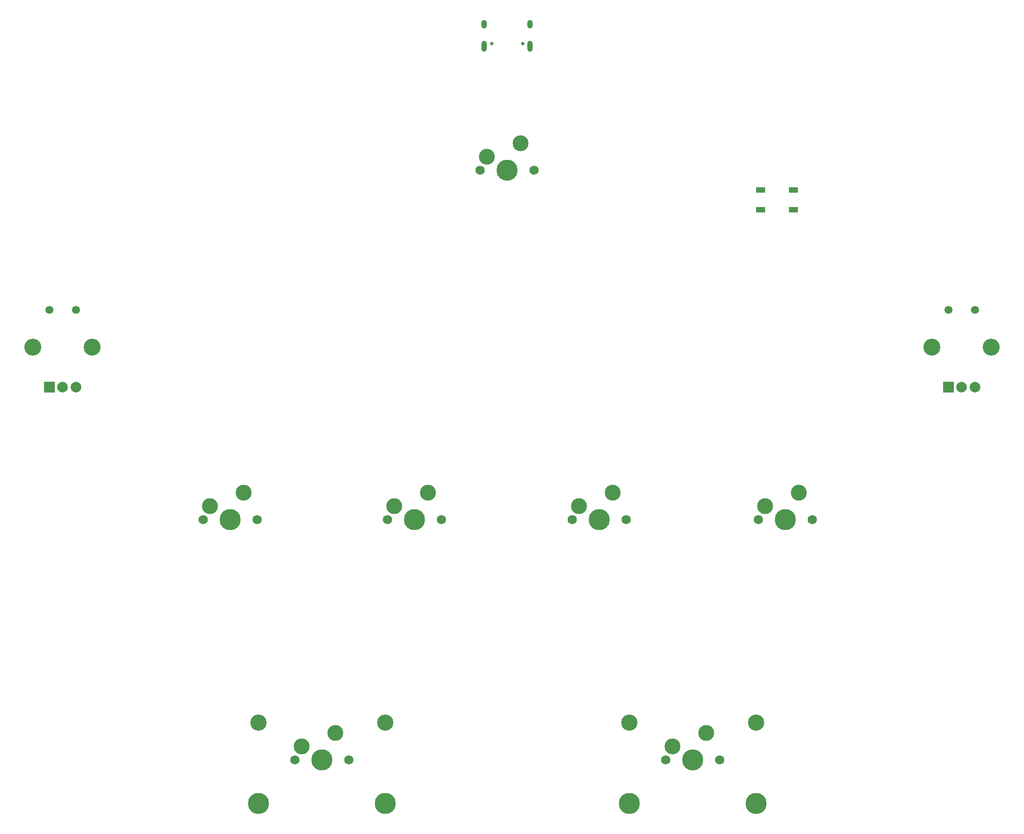
<source format=gbr>
%TF.GenerationSoftware,KiCad,Pcbnew,(6.0.5)*%
%TF.CreationDate,2022-06-07T17:53:48-07:00*%
%TF.ProjectId,sdvx-pcb,73647678-2d70-4636-922e-6b696361645f,rev?*%
%TF.SameCoordinates,Original*%
%TF.FileFunction,Soldermask,Top*%
%TF.FilePolarity,Negative*%
%FSLAX46Y46*%
G04 Gerber Fmt 4.6, Leading zero omitted, Abs format (unit mm)*
G04 Created by KiCad (PCBNEW (6.0.5)) date 2022-06-07 17:53:48*
%MOMM*%
%LPD*%
G01*
G04 APERTURE LIST*
%ADD10C,1.500000*%
%ADD11R,2.000000X2.000000*%
%ADD12C,2.000000*%
%ADD13C,3.200000*%
%ADD14C,1.750000*%
%ADD15C,3.000000*%
%ADD16C,3.987800*%
%ADD17C,3.048000*%
%ADD18R,1.800000X1.100000*%
%ADD19C,0.650000*%
%ADD20O,1.000000X2.100000*%
%ADD21O,1.000000X1.600000*%
G04 APERTURE END LIST*
D10*
%TO.C,VOL-R1*%
X230706250Y-66025000D03*
X235706250Y-66025000D03*
D11*
X230706250Y-80525000D03*
D12*
X235706250Y-80525000D03*
X233206250Y-80525000D03*
D13*
X227606250Y-73025000D03*
X238806250Y-73025000D03*
%TD*%
D10*
%TO.C,VOL-L1*%
X61393750Y-66025000D03*
X66393750Y-66025000D03*
D11*
X61393750Y-80525000D03*
D12*
X66393750Y-80525000D03*
X63893750Y-80525000D03*
D13*
X58293750Y-73025000D03*
X69493750Y-73025000D03*
%TD*%
D14*
%TO.C,BT-C1*%
X170021250Y-105568750D03*
D15*
X167481250Y-100488750D03*
D16*
X164941250Y-105568750D03*
D14*
X159861250Y-105568750D03*
D15*
X161131250Y-103028750D03*
%TD*%
%TO.C,FX-R1*%
X178752500Y-148272500D03*
D16*
X170624500Y-159067500D03*
D15*
X185102500Y-145732500D03*
D16*
X194500500Y-159067500D03*
D14*
X177482500Y-150812500D03*
D17*
X194500500Y-143827500D03*
D16*
X182562500Y-150812500D03*
D17*
X170624500Y-143827500D03*
D14*
X187642500Y-150812500D03*
%TD*%
%TO.C,START1*%
X152717500Y-39687500D03*
X142557500Y-39687500D03*
D15*
X143827500Y-37147500D03*
X150177500Y-34607500D03*
D16*
X147637500Y-39687500D03*
%TD*%
D14*
%TO.C,BT-B1*%
X135255000Y-105568750D03*
D15*
X126365000Y-103028750D03*
D16*
X130175000Y-105568750D03*
D15*
X132715000Y-100488750D03*
D14*
X125095000Y-105568750D03*
%TD*%
D18*
%TO.C,SW1*%
X201537500Y-47093750D03*
X195337500Y-47093750D03*
X201537500Y-43393750D03*
X195337500Y-43393750D03*
%TD*%
D14*
%TO.C,BT-D1*%
X205105000Y-105568750D03*
D15*
X202565000Y-100488750D03*
X196215000Y-103028750D03*
D14*
X194945000Y-105568750D03*
D16*
X200025000Y-105568750D03*
%TD*%
D15*
%TO.C,BT-A1*%
X97948750Y-100488750D03*
D14*
X100488750Y-105568750D03*
D16*
X95408750Y-105568750D03*
D15*
X91598750Y-103028750D03*
D14*
X90328750Y-105568750D03*
%TD*%
D15*
%TO.C,FX-L1*%
X108902500Y-148272500D03*
D17*
X124650500Y-143827500D03*
D16*
X124650500Y-159067500D03*
D17*
X100774500Y-143827500D03*
D16*
X112712500Y-150812500D03*
X100774500Y-159067500D03*
D14*
X107632500Y-150812500D03*
X117792500Y-150812500D03*
D15*
X115252500Y-145732500D03*
%TD*%
D19*
%TO.C,USB1*%
X150527500Y-15772500D03*
X144747500Y-15772500D03*
D20*
X151957500Y-16302500D03*
X143317500Y-16302500D03*
D21*
X151957500Y-12122500D03*
X143317500Y-12122500D03*
%TD*%
M02*

</source>
